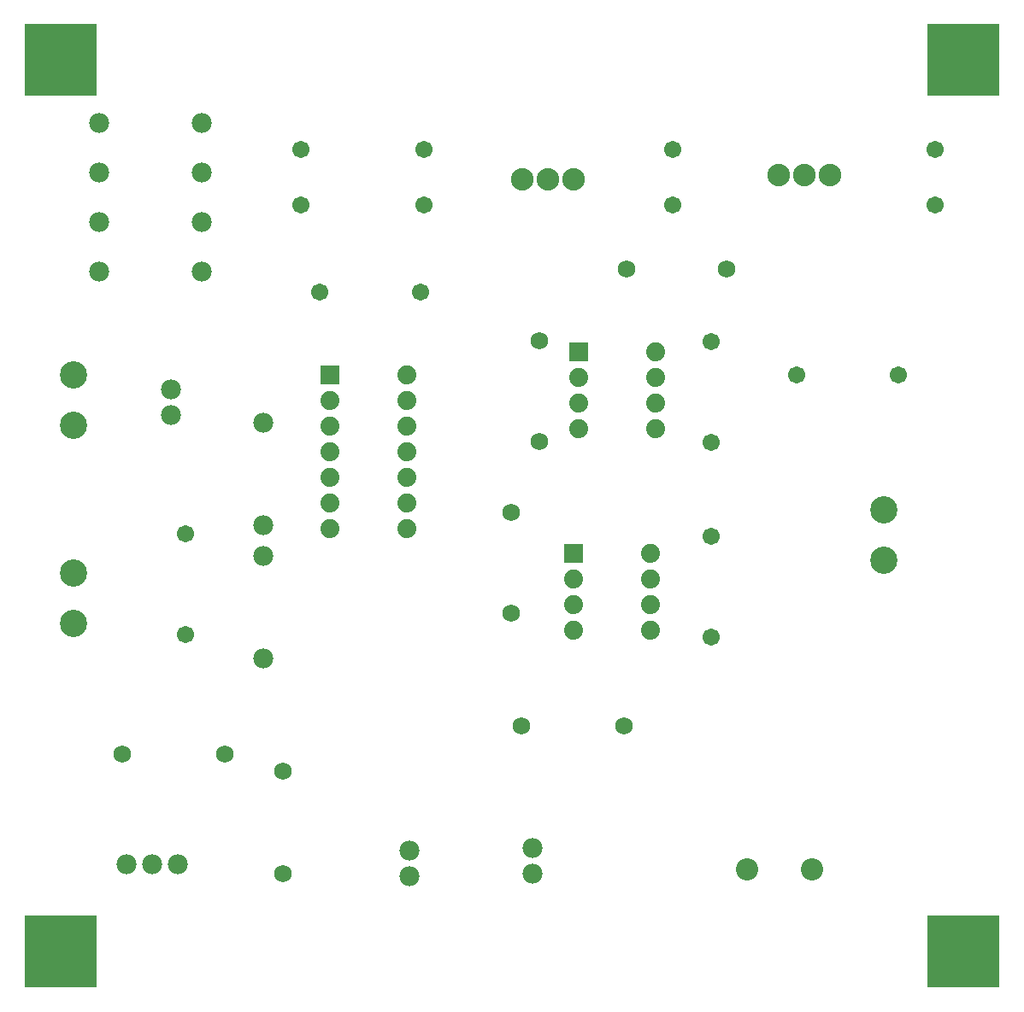
<source format=gbs>
G04 Layer_Color=16711935*
%FSLAX25Y25*%
%MOIN*%
G70*
G01*
G75*
%ADD27C,0.07800*%
%ADD28C,0.06800*%
%ADD29C,0.10642*%
%ADD30C,0.06706*%
%ADD31R,0.07400X0.07400*%
%ADD32C,0.07400*%
%ADD33C,0.08800*%
%ADD34R,0.28359X0.28359*%
%ADD35C,0.08674*%
D27*
X99500Y-161000D02*
D03*
Y-201000D02*
D03*
Y-213000D02*
D03*
Y-253000D02*
D03*
X204500Y-327000D02*
D03*
Y-337000D02*
D03*
X66000Y-333500D02*
D03*
X56000D02*
D03*
X46000D02*
D03*
X35500Y-102000D02*
D03*
X75500D02*
D03*
X156500Y-328000D02*
D03*
Y-338000D02*
D03*
X35500Y-44000D02*
D03*
X75500D02*
D03*
Y-82667D02*
D03*
X35500D02*
D03*
X75500Y-63333D02*
D03*
X35500D02*
D03*
X63500Y-148000D02*
D03*
Y-158000D02*
D03*
D28*
X207000Y-168500D02*
D03*
Y-129000D02*
D03*
X84500Y-290500D02*
D03*
X44500D02*
D03*
X107000Y-337000D02*
D03*
Y-297000D02*
D03*
X240000Y-279500D02*
D03*
X200000D02*
D03*
X241000Y-101000D02*
D03*
X280000D02*
D03*
X196000Y-196000D02*
D03*
Y-235500D02*
D03*
D29*
X25500Y-239500D02*
D03*
Y-219815D02*
D03*
X341500Y-214685D02*
D03*
Y-195000D02*
D03*
X25500Y-142500D02*
D03*
Y-162185D02*
D03*
D30*
X69000Y-243870D02*
D03*
Y-204500D02*
D03*
X274000Y-168870D02*
D03*
Y-129500D02*
D03*
Y-244870D02*
D03*
Y-205500D02*
D03*
X121500Y-110000D02*
D03*
X160870D02*
D03*
X307630Y-142500D02*
D03*
X347000D02*
D03*
X259000Y-54347D02*
D03*
Y-76000D02*
D03*
X361500Y-54347D02*
D03*
Y-76000D02*
D03*
X114000Y-54347D02*
D03*
Y-76000D02*
D03*
X162000Y-54347D02*
D03*
Y-76000D02*
D03*
D31*
X125500Y-142500D02*
D03*
X220500Y-212000D02*
D03*
X222500Y-133500D02*
D03*
D32*
X125500Y-152500D02*
D03*
Y-162500D02*
D03*
Y-172500D02*
D03*
Y-182500D02*
D03*
Y-192500D02*
D03*
Y-202500D02*
D03*
X155500D02*
D03*
Y-192500D02*
D03*
Y-182500D02*
D03*
Y-172500D02*
D03*
Y-162500D02*
D03*
Y-152500D02*
D03*
Y-142500D02*
D03*
X220500Y-222000D02*
D03*
Y-232000D02*
D03*
Y-242000D02*
D03*
X250500D02*
D03*
Y-232000D02*
D03*
Y-222000D02*
D03*
Y-212000D02*
D03*
X222500Y-143500D02*
D03*
Y-153500D02*
D03*
Y-163500D02*
D03*
X252500D02*
D03*
Y-153500D02*
D03*
Y-143500D02*
D03*
Y-133500D02*
D03*
D33*
X220500Y-66000D02*
D03*
X210500D02*
D03*
X200500D02*
D03*
X320500Y-64500D02*
D03*
X310500D02*
D03*
X300500D02*
D03*
D34*
X20500Y-367500D02*
D03*
X372500D02*
D03*
Y-19500D02*
D03*
X20500D02*
D03*
D35*
X288000Y-335500D02*
D03*
X313500D02*
D03*
M02*

</source>
